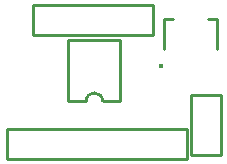
<source format=gto>
G04 DipTrace 2.4.0.2*
%INSquishyDuino.gto*%
%MOIN*%
%ADD10C,0.0098*%
%ADD19C,0.0154*%
%FSLAX44Y44*%
G04*
G70*
G90*
G75*
G01*
%LNTopSilk*%
%LPD*%
X4098Y4982D2*
D10*
X10098D1*
Y3982D1*
X4098D1*
Y4982D1*
X11224Y6110D2*
X10224D1*
Y4109D1*
X11224D1*
Y6110D1*
X4973Y9107D2*
X8973D1*
Y8107D1*
X4973D1*
Y9107D1*
X9333Y7639D2*
Y8623D1*
X9628D1*
X10809D2*
X11104D1*
Y7639D1*
D19*
X9242Y7053D3*
X7883Y5896D2*
D10*
Y7943D1*
X6151Y5896D2*
Y7943D1*
X7883D2*
X6151D1*
X7883Y5896D2*
X7292D1*
X6741D2*
X6151D1*
X7292D2*
G03X6741Y5896I-276J0D01*
G01*
M02*

</source>
